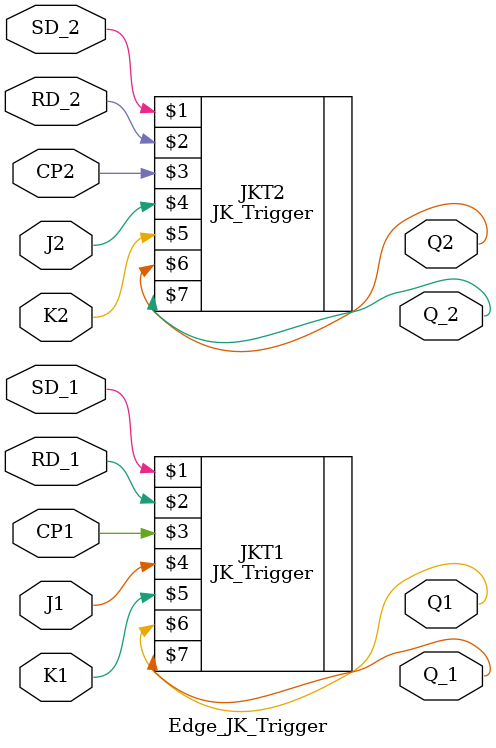
<source format=v>
`timescale 1ns / 1ps


module Edge_JK_Trigger(
    input SD_1,RD_1,CP1,J1,K1,SD_2,RD_2,CP2,J2,K2,
    output Q1,Q_1,Q2,Q_2
    );

    JK_Trigger JKT1(SD_1,RD_1,CP1,J1,K1,Q1,Q_1);
    JK_Trigger JKT2(SD_2,RD_2,CP2,J2,K2,Q2,Q_2);
endmodule

</source>
